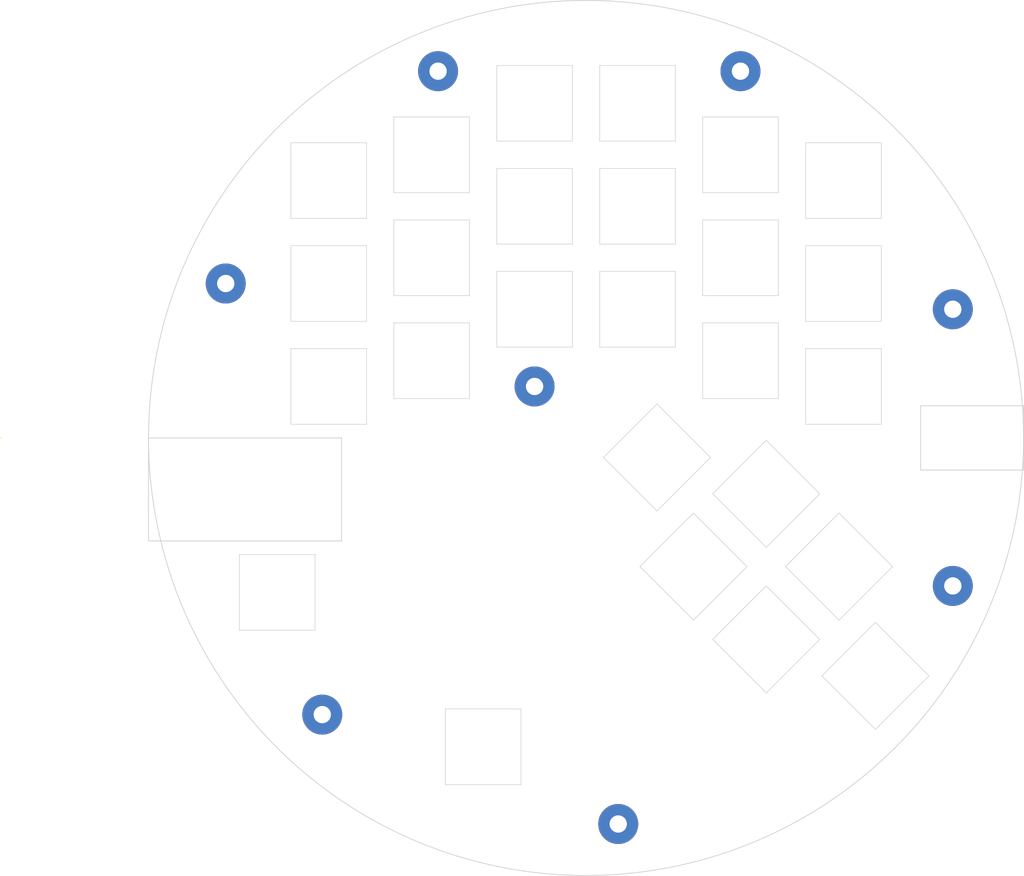
<source format=kicad_pcb>
(kicad_pcb (version 20171130) (host pcbnew "(5.1.9)-1")

  (general
    (thickness 1.6)
    (drawings 227)
    (tracks 8)
    (zones 0)
    (modules 26)
    (nets 1)
  )

  (page A4)
  (layers
    (0 F.Cu signal)
    (31 B.Cu signal)
    (32 B.Adhes user)
    (33 F.Adhes user)
    (34 B.Paste user)
    (35 F.Paste user)
    (36 B.SilkS user)
    (37 F.SilkS user)
    (38 B.Mask user)
    (39 F.Mask user)
    (40 Dwgs.User user)
    (41 Cmts.User user)
    (42 Eco1.User user)
    (43 Eco2.User user)
    (44 Edge.Cuts user)
    (45 Margin user)
    (46 B.CrtYd user)
    (47 F.CrtYd user)
    (48 B.Fab user)
    (49 F.Fab user)
  )

  (setup
    (last_trace_width 0.25)
    (trace_clearance 0.2)
    (zone_clearance 0.508)
    (zone_45_only no)
    (trace_min 0.2)
    (via_size 0.8)
    (via_drill 0.4)
    (via_min_size 0.4)
    (via_min_drill 0.3)
    (uvia_size 0.3)
    (uvia_drill 0.1)
    (uvias_allowed no)
    (uvia_min_size 0.2)
    (uvia_min_drill 0.1)
    (edge_width 0.05)
    (segment_width 0.2)
    (pcb_text_width 0.3)
    (pcb_text_size 1.5 1.5)
    (mod_edge_width 0.12)
    (mod_text_size 1 1)
    (mod_text_width 0.15)
    (pad_size 1.524 1.524)
    (pad_drill 0.762)
    (pad_to_mask_clearance 0)
    (aux_axis_origin 0 0)
    (visible_elements 7FFFFFFF)
    (pcbplotparams
      (layerselection 0x010fc_ffffffff)
      (usegerberextensions false)
      (usegerberattributes true)
      (usegerberadvancedattributes true)
      (creategerberjobfile true)
      (excludeedgelayer true)
      (linewidth 0.100000)
      (plotframeref false)
      (viasonmask false)
      (mode 1)
      (useauxorigin false)
      (hpglpennumber 1)
      (hpglpenspeed 20)
      (hpglpendiameter 15.000000)
      (psnegative false)
      (psa4output false)
      (plotreference true)
      (plotvalue true)
      (plotinvisibletext false)
      (padsonsilk false)
      (subtractmaskfromsilk false)
      (outputformat 1)
      (mirror false)
      (drillshape 1)
      (scaleselection 1)
      (outputdirectory ""))
  )

  (net 0 "")

  (net_class Default "This is the default net class."
    (clearance 0.2)
    (trace_width 0.25)
    (via_dia 0.8)
    (via_drill 0.4)
    (uvia_dia 0.3)
    (uvia_drill 0.1)
  )

  (net_class PowerLine ""
    (clearance 0.2)
    (trace_width 0.5)
    (via_dia 0.8)
    (via_drill 0.4)
    (uvia_dia 0.3)
    (uvia_drill 0.1)
  )

  (module kbd:SW_Hole (layer F.Cu) (tedit 5F1B7F65) (tstamp 603DCD73)
    (at 152.4 85.725)
    (path /60522A6E)
    (fp_text reference SW18 (at 4.6 6 180) (layer Dwgs.User) hide
      (effects (font (size 1 1) (thickness 0.15)))
    )
    (fp_text value SW_PUSH (at 0 7.62 180) (layer Dwgs.User) hide
      (effects (font (size 1 1) (thickness 0.15)))
    )
    (fp_line (start 9.525 9.525) (end 9.525 -9.525) (layer F.Fab) (width 0.15))
    (fp_line (start -9.525 9.525) (end 9.525 9.525) (layer F.Fab) (width 0.15))
    (fp_line (start -9.525 -9.525) (end -9.525 9.525) (layer F.Fab) (width 0.15))
    (fp_line (start 9.525 -9.525) (end -9.525 -9.525) (layer F.Fab) (width 0.15))
    (fp_line (start -7 -7) (end -7 7) (layer Edge.Cuts) (width 0.12))
    (fp_line (start -7 7) (end 7 7) (layer Edge.Cuts) (width 0.12))
    (fp_line (start 7 7) (end 7 -7) (layer Edge.Cuts) (width 0.12))
    (fp_line (start 7 -7) (end -7 -7) (layer Edge.Cuts) (width 0.12))
  )

  (module kbd:SW_Hole (layer F.Cu) (tedit 5F1B7F65) (tstamp 603DCE30)
    (at 47.625 123.825)
    (path /60528E12)
    (fp_text reference SW25 (at 4.6 6 180) (layer Dwgs.User) hide
      (effects (font (size 1 1) (thickness 0.15)))
    )
    (fp_text value SW_PUSH (at 0 7.62 180) (layer Dwgs.User) hide
      (effects (font (size 1 1) (thickness 0.15)))
    )
    (fp_line (start 9.525 9.525) (end 9.525 -9.525) (layer F.Fab) (width 0.15))
    (fp_line (start -9.525 9.525) (end 9.525 9.525) (layer F.Fab) (width 0.15))
    (fp_line (start -9.525 -9.525) (end -9.525 9.525) (layer F.Fab) (width 0.15))
    (fp_line (start 9.525 -9.525) (end -9.525 -9.525) (layer F.Fab) (width 0.15))
    (fp_line (start -7 -7) (end -7 7) (layer Edge.Cuts) (width 0.12))
    (fp_line (start -7 7) (end 7 7) (layer Edge.Cuts) (width 0.12))
    (fp_line (start 7 7) (end 7 -7) (layer Edge.Cuts) (width 0.12))
    (fp_line (start 7 -7) (end -7 -7) (layer Edge.Cuts) (width 0.12))
  )

  (module kbd:SW_Hole (layer F.Cu) (tedit 5F1B7F65) (tstamp 603DCC14)
    (at 133.35 42.8625)
    (path /6039E299)
    (fp_text reference SW5 (at 4.6 6 180) (layer Dwgs.User) hide
      (effects (font (size 1 1) (thickness 0.15)))
    )
    (fp_text value SW_PUSH (at 0 7.62 180) (layer Dwgs.User) hide
      (effects (font (size 1 1) (thickness 0.15)))
    )
    (fp_line (start 9.525 9.525) (end 9.525 -9.525) (layer F.Fab) (width 0.15))
    (fp_line (start -9.525 9.525) (end 9.525 9.525) (layer F.Fab) (width 0.15))
    (fp_line (start -9.525 -9.525) (end -9.525 9.525) (layer F.Fab) (width 0.15))
    (fp_line (start 9.525 -9.525) (end -9.525 -9.525) (layer F.Fab) (width 0.15))
    (fp_line (start -7 -7) (end -7 7) (layer Edge.Cuts) (width 0.12))
    (fp_line (start -7 7) (end 7 7) (layer Edge.Cuts) (width 0.12))
    (fp_line (start 7 7) (end 7 -7) (layer Edge.Cuts) (width 0.12))
    (fp_line (start 7 -7) (end -7 -7) (layer Edge.Cuts) (width 0.12))
  )

  (module kbd:SW_Hole (layer F.Cu) (tedit 5F1B7F65) (tstamp 603EA338)
    (at 138.1125 105.592116 315)
    (path /60522A20)
    (fp_text reference SW20 (at 4.6 6 315) (layer Dwgs.User) hide
      (effects (font (size 1 1) (thickness 0.15)))
    )
    (fp_text value SW_PUSH (at 0 7.62 315) (layer Dwgs.User) hide
      (effects (font (size 1 1) (thickness 0.15)))
    )
    (fp_line (start 9.525 9.525) (end 9.525 -9.525) (layer F.Fab) (width 0.15))
    (fp_line (start -9.525 9.525) (end 9.525 9.525) (layer F.Fab) (width 0.15))
    (fp_line (start -9.525 -9.525) (end -9.525 9.525) (layer F.Fab) (width 0.15))
    (fp_line (start 9.525 -9.525) (end -9.525 -9.525) (layer F.Fab) (width 0.15))
    (fp_line (start -7 -7) (end -7 7) (layer Edge.Cuts) (width 0.12))
    (fp_line (start -7 7) (end 7 7) (layer Edge.Cuts) (width 0.12))
    (fp_line (start 7 7) (end 7 -7) (layer Edge.Cuts) (width 0.12))
    (fp_line (start 7 -7) (end -7 -7) (layer Edge.Cuts) (width 0.12))
  )

  (module kbd:SW_Hole (layer F.Cu) (tedit 5F1B7F65) (tstamp 603DCC2F)
    (at 152.4 47.625)
    (path /6039ED67)
    (fp_text reference SW6 (at 4.6 6 180) (layer Dwgs.User) hide
      (effects (font (size 1 1) (thickness 0.15)))
    )
    (fp_text value SW_PUSH (at 0 7.62 180) (layer Dwgs.User) hide
      (effects (font (size 1 1) (thickness 0.15)))
    )
    (fp_line (start 9.525 9.525) (end 9.525 -9.525) (layer F.Fab) (width 0.15))
    (fp_line (start -9.525 9.525) (end 9.525 9.525) (layer F.Fab) (width 0.15))
    (fp_line (start -9.525 -9.525) (end -9.525 9.525) (layer F.Fab) (width 0.15))
    (fp_line (start 9.525 -9.525) (end -9.525 -9.525) (layer F.Fab) (width 0.15))
    (fp_line (start -7 -7) (end -7 7) (layer Edge.Cuts) (width 0.12))
    (fp_line (start -7 7) (end 7 7) (layer Edge.Cuts) (width 0.12))
    (fp_line (start 7 7) (end 7 -7) (layer Edge.Cuts) (width 0.12))
    (fp_line (start 7 -7) (end -7 -7) (layer Edge.Cuts) (width 0.12))
  )

  (module kbd:SW_Hole (layer F.Cu) (tedit 5F1B7F65) (tstamp 603DCD58)
    (at 133.35 80.9625)
    (path /60522A62)
    (fp_text reference SW17 (at 4.6 6 180) (layer Dwgs.User) hide
      (effects (font (size 1 1) (thickness 0.15)))
    )
    (fp_text value SW_PUSH (at 0 7.62 180) (layer Dwgs.User) hide
      (effects (font (size 1 1) (thickness 0.15)))
    )
    (fp_line (start 9.525 9.525) (end 9.525 -9.525) (layer F.Fab) (width 0.15))
    (fp_line (start -9.525 9.525) (end 9.525 9.525) (layer F.Fab) (width 0.15))
    (fp_line (start -9.525 -9.525) (end -9.525 9.525) (layer F.Fab) (width 0.15))
    (fp_line (start 9.525 -9.525) (end -9.525 -9.525) (layer F.Fab) (width 0.15))
    (fp_line (start -7 -7) (end -7 7) (layer Edge.Cuts) (width 0.12))
    (fp_line (start -7 7) (end 7 7) (layer Edge.Cuts) (width 0.12))
    (fp_line (start 7 7) (end 7 -7) (layer Edge.Cuts) (width 0.12))
    (fp_line (start 7 -7) (end -7 -7) (layer Edge.Cuts) (width 0.12))
  )

  (module kbd:SW_Hole (layer F.Cu) (tedit 5F1B7F65) (tstamp 603DCC80)
    (at 95.25 52.3875)
    (path /604F678E)
    (fp_text reference SW9 (at 4.6 6 180) (layer Dwgs.User) hide
      (effects (font (size 1 1) (thickness 0.15)))
    )
    (fp_text value SW_PUSH (at 0 7.62 180) (layer Dwgs.User) hide
      (effects (font (size 1 1) (thickness 0.15)))
    )
    (fp_line (start 9.525 9.525) (end 9.525 -9.525) (layer F.Fab) (width 0.15))
    (fp_line (start -9.525 9.525) (end 9.525 9.525) (layer F.Fab) (width 0.15))
    (fp_line (start -9.525 -9.525) (end -9.525 9.525) (layer F.Fab) (width 0.15))
    (fp_line (start 9.525 -9.525) (end -9.525 -9.525) (layer F.Fab) (width 0.15))
    (fp_line (start -7 -7) (end -7 7) (layer Edge.Cuts) (width 0.12))
    (fp_line (start -7 7) (end 7 7) (layer Edge.Cuts) (width 0.12))
    (fp_line (start 7 7) (end 7 -7) (layer Edge.Cuts) (width 0.12))
    (fp_line (start 7 -7) (end -7 -7) (layer Edge.Cuts) (width 0.12))
  )

  (module kbd:SW_Hole (layer F.Cu) (tedit 5F1B7F65) (tstamp 603DCCB6)
    (at 133.35 61.9125)
    (path /604F6776)
    (fp_text reference SW11 (at 4.6 6 180) (layer Dwgs.User) hide
      (effects (font (size 1 1) (thickness 0.15)))
    )
    (fp_text value SW_PUSH (at 0 7.62 180) (layer Dwgs.User) hide
      (effects (font (size 1 1) (thickness 0.15)))
    )
    (fp_line (start 9.525 9.525) (end 9.525 -9.525) (layer F.Fab) (width 0.15))
    (fp_line (start -9.525 9.525) (end 9.525 9.525) (layer F.Fab) (width 0.15))
    (fp_line (start -9.525 -9.525) (end -9.525 9.525) (layer F.Fab) (width 0.15))
    (fp_line (start 9.525 -9.525) (end -9.525 -9.525) (layer F.Fab) (width 0.15))
    (fp_line (start -7 -7) (end -7 7) (layer Edge.Cuts) (width 0.12))
    (fp_line (start -7 7) (end 7 7) (layer Edge.Cuts) (width 0.12))
    (fp_line (start 7 7) (end 7 -7) (layer Edge.Cuts) (width 0.12))
    (fp_line (start 7 -7) (end -7 -7) (layer Edge.Cuts) (width 0.12))
  )

  (module kbd:SW_Hole (layer F.Cu) (tedit 5F1B7F65) (tstamp 603DCD07)
    (at 76.2 80.9625)
    (path /60522A3E)
    (fp_text reference SW14 (at 4.6 6 180) (layer Dwgs.User) hide
      (effects (font (size 1 1) (thickness 0.15)))
    )
    (fp_text value SW_PUSH (at 0 7.62 180) (layer Dwgs.User) hide
      (effects (font (size 1 1) (thickness 0.15)))
    )
    (fp_line (start 9.525 9.525) (end 9.525 -9.525) (layer F.Fab) (width 0.15))
    (fp_line (start -9.525 9.525) (end 9.525 9.525) (layer F.Fab) (width 0.15))
    (fp_line (start -9.525 -9.525) (end -9.525 9.525) (layer F.Fab) (width 0.15))
    (fp_line (start 9.525 -9.525) (end -9.525 -9.525) (layer F.Fab) (width 0.15))
    (fp_line (start -7 -7) (end -7 7) (layer Edge.Cuts) (width 0.12))
    (fp_line (start -7 7) (end 7 7) (layer Edge.Cuts) (width 0.12))
    (fp_line (start 7 7) (end 7 -7) (layer Edge.Cuts) (width 0.12))
    (fp_line (start 7 -7) (end -7 -7) (layer Edge.Cuts) (width 0.12))
  )

  (module kbd:SW_Hole (layer F.Cu) (tedit 5F1B7F65) (tstamp 603DCC4A)
    (at 57.15 66.675)
    (path /604F67A6)
    (fp_text reference SW7 (at 4.6 6 180) (layer Dwgs.User) hide
      (effects (font (size 1 1) (thickness 0.15)))
    )
    (fp_text value SW_PUSH (at 0 7.62 180) (layer Dwgs.User) hide
      (effects (font (size 1 1) (thickness 0.15)))
    )
    (fp_line (start 9.525 9.525) (end 9.525 -9.525) (layer F.Fab) (width 0.15))
    (fp_line (start -9.525 9.525) (end 9.525 9.525) (layer F.Fab) (width 0.15))
    (fp_line (start -9.525 -9.525) (end -9.525 9.525) (layer F.Fab) (width 0.15))
    (fp_line (start 9.525 -9.525) (end -9.525 -9.525) (layer F.Fab) (width 0.15))
    (fp_line (start -7 -7) (end -7 7) (layer Edge.Cuts) (width 0.12))
    (fp_line (start -7 7) (end 7 7) (layer Edge.Cuts) (width 0.12))
    (fp_line (start 7 7) (end 7 -7) (layer Edge.Cuts) (width 0.12))
    (fp_line (start 7 -7) (end -7 -7) (layer Edge.Cuts) (width 0.12))
  )

  (module kbd:SW_Hole (layer F.Cu) (tedit 5F1B7F65) (tstamp 603DCD22)
    (at 95.25 71.4375)
    (path /60522A4A)
    (fp_text reference SW15 (at 4.6 6 180) (layer Dwgs.User) hide
      (effects (font (size 1 1) (thickness 0.15)))
    )
    (fp_text value SW_PUSH (at 0 7.62 180) (layer Dwgs.User) hide
      (effects (font (size 1 1) (thickness 0.15)))
    )
    (fp_line (start 9.525 9.525) (end 9.525 -9.525) (layer F.Fab) (width 0.15))
    (fp_line (start -9.525 9.525) (end 9.525 9.525) (layer F.Fab) (width 0.15))
    (fp_line (start -9.525 -9.525) (end -9.525 9.525) (layer F.Fab) (width 0.15))
    (fp_line (start 9.525 -9.525) (end -9.525 -9.525) (layer F.Fab) (width 0.15))
    (fp_line (start -7 -7) (end -7 7) (layer Edge.Cuts) (width 0.12))
    (fp_line (start -7 7) (end 7 7) (layer Edge.Cuts) (width 0.12))
    (fp_line (start 7 7) (end 7 -7) (layer Edge.Cuts) (width 0.12))
    (fp_line (start 7 -7) (end -7 -7) (layer Edge.Cuts) (width 0.12))
  )

  (module kbd:SW_Hole (layer F.Cu) (tedit 5F1B7F65) (tstamp 603DCBDE)
    (at 95.25 33.3375)
    (path /6039C0DB)
    (fp_text reference SW3 (at 4.6 6 180) (layer Dwgs.User) hide
      (effects (font (size 1 1) (thickness 0.15)))
    )
    (fp_text value SW_PUSH (at 0 7.62 180) (layer Dwgs.User) hide
      (effects (font (size 1 1) (thickness 0.15)))
    )
    (fp_line (start 9.525 9.525) (end 9.525 -9.525) (layer F.Fab) (width 0.15))
    (fp_line (start -9.525 9.525) (end 9.525 9.525) (layer F.Fab) (width 0.15))
    (fp_line (start -9.525 -9.525) (end -9.525 9.525) (layer F.Fab) (width 0.15))
    (fp_line (start 9.525 -9.525) (end -9.525 -9.525) (layer F.Fab) (width 0.15))
    (fp_line (start -7 -7) (end -7 7) (layer Edge.Cuts) (width 0.12))
    (fp_line (start -7 7) (end 7 7) (layer Edge.Cuts) (width 0.12))
    (fp_line (start 7 7) (end 7 -7) (layer Edge.Cuts) (width 0.12))
    (fp_line (start 7 -7) (end -7 -7) (layer Edge.Cuts) (width 0.12))
  )

  (module kbd:SW_Hole (layer F.Cu) (tedit 5F1B7F65) (tstamp 603DCD3D)
    (at 114.3 71.4375)
    (path /60522A56)
    (fp_text reference SW16 (at 4.6 6 180) (layer Dwgs.User) hide
      (effects (font (size 1 1) (thickness 0.15)))
    )
    (fp_text value SW_PUSH (at 0 7.62 180) (layer Dwgs.User) hide
      (effects (font (size 1 1) (thickness 0.15)))
    )
    (fp_line (start 9.525 9.525) (end 9.525 -9.525) (layer F.Fab) (width 0.15))
    (fp_line (start -9.525 9.525) (end 9.525 9.525) (layer F.Fab) (width 0.15))
    (fp_line (start -9.525 -9.525) (end -9.525 9.525) (layer F.Fab) (width 0.15))
    (fp_line (start 9.525 -9.525) (end -9.525 -9.525) (layer F.Fab) (width 0.15))
    (fp_line (start -7 -7) (end -7 7) (layer Edge.Cuts) (width 0.12))
    (fp_line (start -7 7) (end 7 7) (layer Edge.Cuts) (width 0.12))
    (fp_line (start 7 7) (end 7 -7) (layer Edge.Cuts) (width 0.12))
    (fp_line (start 7 -7) (end -7 -7) (layer Edge.Cuts) (width 0.12))
  )

  (module kbd:SW_Hole (layer F.Cu) (tedit 5F1B7F65) (tstamp 603EA470)
    (at 138.1125 132.532884 315)
    (path /605229FC)
    (fp_text reference SW23 (at 4.6 6 315) (layer Dwgs.User) hide
      (effects (font (size 1 1) (thickness 0.15)))
    )
    (fp_text value SW_PUSH (at 0 7.62 315) (layer Dwgs.User) hide
      (effects (font (size 1 1) (thickness 0.15)))
    )
    (fp_line (start 9.525 9.525) (end 9.525 -9.525) (layer F.Fab) (width 0.15))
    (fp_line (start -9.525 9.525) (end 9.525 9.525) (layer F.Fab) (width 0.15))
    (fp_line (start -9.525 -9.525) (end -9.525 9.525) (layer F.Fab) (width 0.15))
    (fp_line (start 9.525 -9.525) (end -9.525 -9.525) (layer F.Fab) (width 0.15))
    (fp_line (start -7 -7) (end -7 7) (layer Edge.Cuts) (width 0.12))
    (fp_line (start -7 7) (end 7 7) (layer Edge.Cuts) (width 0.12))
    (fp_line (start 7 7) (end 7 -7) (layer Edge.Cuts) (width 0.12))
    (fp_line (start 7 -7) (end -7 -7) (layer Edge.Cuts) (width 0.12))
  )

  (module kbd:SW_Hole (layer F.Cu) (tedit 5F1B7F65) (tstamp 603DCCEC)
    (at 57.15 85.725)
    (path /60522A32)
    (fp_text reference SW13 (at 4.6 6 180) (layer Dwgs.User) hide
      (effects (font (size 1 1) (thickness 0.15)))
    )
    (fp_text value SW_PUSH (at 0 7.62 180) (layer Dwgs.User) hide
      (effects (font (size 1 1) (thickness 0.15)))
    )
    (fp_line (start 9.525 9.525) (end 9.525 -9.525) (layer F.Fab) (width 0.15))
    (fp_line (start -9.525 9.525) (end 9.525 9.525) (layer F.Fab) (width 0.15))
    (fp_line (start -9.525 -9.525) (end -9.525 9.525) (layer F.Fab) (width 0.15))
    (fp_line (start 9.525 -9.525) (end -9.525 -9.525) (layer F.Fab) (width 0.15))
    (fp_line (start -7 -7) (end -7 7) (layer Edge.Cuts) (width 0.12))
    (fp_line (start -7 7) (end 7 7) (layer Edge.Cuts) (width 0.12))
    (fp_line (start 7 7) (end 7 -7) (layer Edge.Cuts) (width 0.12))
    (fp_line (start 7 -7) (end -7 -7) (layer Edge.Cuts) (width 0.12))
  )

  (module kbd:SW_Hole (layer F.Cu) (tedit 5F1B7F65) (tstamp 603DCBC3)
    (at 76.2 42.8625)
    (path /6039B9DF)
    (fp_text reference SW2 (at 4.6 6 180) (layer Dwgs.User) hide
      (effects (font (size 1 1) (thickness 0.15)))
    )
    (fp_text value SW_PUSH (at 0 7.62 180) (layer Dwgs.User) hide
      (effects (font (size 1 1) (thickness 0.15)))
    )
    (fp_line (start 9.525 9.525) (end 9.525 -9.525) (layer F.Fab) (width 0.15))
    (fp_line (start -9.525 9.525) (end 9.525 9.525) (layer F.Fab) (width 0.15))
    (fp_line (start -9.525 -9.525) (end -9.525 9.525) (layer F.Fab) (width 0.15))
    (fp_line (start 9.525 -9.525) (end -9.525 -9.525) (layer F.Fab) (width 0.15))
    (fp_line (start -7 -7) (end -7 7) (layer Edge.Cuts) (width 0.12))
    (fp_line (start -7 7) (end 7 7) (layer Edge.Cuts) (width 0.12))
    (fp_line (start 7 7) (end 7 -7) (layer Edge.Cuts) (width 0.12))
    (fp_line (start 7 -7) (end -7 -7) (layer Edge.Cuts) (width 0.12))
  )

  (module kbd:SW_Hole (layer F.Cu) (tedit 5F1B7F65) (tstamp 603DCBF9)
    (at 114.3 33.3375)
    (path /6039D9DD)
    (fp_text reference SW4 (at 4.6 6 180) (layer Dwgs.User) hide
      (effects (font (size 1 1) (thickness 0.15)))
    )
    (fp_text value SW_PUSH (at 0 7.62 180) (layer Dwgs.User) hide
      (effects (font (size 1 1) (thickness 0.15)))
    )
    (fp_line (start 9.525 9.525) (end 9.525 -9.525) (layer F.Fab) (width 0.15))
    (fp_line (start -9.525 9.525) (end 9.525 9.525) (layer F.Fab) (width 0.15))
    (fp_line (start -9.525 -9.525) (end -9.525 9.525) (layer F.Fab) (width 0.15))
    (fp_line (start 9.525 -9.525) (end -9.525 -9.525) (layer F.Fab) (width 0.15))
    (fp_line (start -7 -7) (end -7 7) (layer Edge.Cuts) (width 0.12))
    (fp_line (start -7 7) (end 7 7) (layer Edge.Cuts) (width 0.12))
    (fp_line (start 7 7) (end 7 -7) (layer Edge.Cuts) (width 0.12))
    (fp_line (start 7 -7) (end -7 -7) (layer Edge.Cuts) (width 0.12))
  )

  (module kbd:SW_Hole (layer F.Cu) (tedit 5F1B7F65) (tstamp 603EA422)
    (at 124.642116 119.0625 315)
    (path /60522A14)
    (fp_text reference SW21 (at 4.6 6 315) (layer Dwgs.User) hide
      (effects (font (size 1 1) (thickness 0.15)))
    )
    (fp_text value SW_PUSH (at 0 7.62 315) (layer Dwgs.User) hide
      (effects (font (size 1 1) (thickness 0.15)))
    )
    (fp_line (start 9.525 9.525) (end 9.525 -9.525) (layer F.Fab) (width 0.15))
    (fp_line (start -9.525 9.525) (end 9.525 9.525) (layer F.Fab) (width 0.15))
    (fp_line (start -9.525 -9.525) (end -9.525 9.525) (layer F.Fab) (width 0.15))
    (fp_line (start 9.525 -9.525) (end -9.525 -9.525) (layer F.Fab) (width 0.15))
    (fp_line (start -7 -7) (end -7 7) (layer Edge.Cuts) (width 0.12))
    (fp_line (start -7 7) (end 7 7) (layer Edge.Cuts) (width 0.12))
    (fp_line (start 7 7) (end 7 -7) (layer Edge.Cuts) (width 0.12))
    (fp_line (start 7 -7) (end -7 -7) (layer Edge.Cuts) (width 0.12))
  )

  (module kbd:SW_Hole (layer F.Cu) (tedit 5F1B7F65) (tstamp 603DCC9B)
    (at 114.3 52.3875)
    (path /604F6782)
    (fp_text reference SW10 (at 4.6 6 180) (layer Dwgs.User) hide
      (effects (font (size 1 1) (thickness 0.15)))
    )
    (fp_text value SW_PUSH (at 0 7.62 180) (layer Dwgs.User) hide
      (effects (font (size 1 1) (thickness 0.15)))
    )
    (fp_line (start 9.525 9.525) (end 9.525 -9.525) (layer F.Fab) (width 0.15))
    (fp_line (start -9.525 9.525) (end 9.525 9.525) (layer F.Fab) (width 0.15))
    (fp_line (start -9.525 -9.525) (end -9.525 9.525) (layer F.Fab) (width 0.15))
    (fp_line (start 9.525 -9.525) (end -9.525 -9.525) (layer F.Fab) (width 0.15))
    (fp_line (start -7 -7) (end -7 7) (layer Edge.Cuts) (width 0.12))
    (fp_line (start -7 7) (end 7 7) (layer Edge.Cuts) (width 0.12))
    (fp_line (start 7 7) (end 7 -7) (layer Edge.Cuts) (width 0.12))
    (fp_line (start 7 -7) (end -7 -7) (layer Edge.Cuts) (width 0.12))
  )

  (module kbd:SW_Hole (layer F.Cu) (tedit 5F1B7F65) (tstamp 603DCC65)
    (at 76.2 61.9125)
    (path /604F679A)
    (fp_text reference SW8 (at 4.6 6 180) (layer Dwgs.User) hide
      (effects (font (size 1 1) (thickness 0.15)))
    )
    (fp_text value SW_PUSH (at 0 7.62 180) (layer Dwgs.User) hide
      (effects (font (size 1 1) (thickness 0.15)))
    )
    (fp_line (start 9.525 9.525) (end 9.525 -9.525) (layer F.Fab) (width 0.15))
    (fp_line (start -9.525 9.525) (end 9.525 9.525) (layer F.Fab) (width 0.15))
    (fp_line (start -9.525 -9.525) (end -9.525 9.525) (layer F.Fab) (width 0.15))
    (fp_line (start 9.525 -9.525) (end -9.525 -9.525) (layer F.Fab) (width 0.15))
    (fp_line (start -7 -7) (end -7 7) (layer Edge.Cuts) (width 0.12))
    (fp_line (start -7 7) (end 7 7) (layer Edge.Cuts) (width 0.12))
    (fp_line (start 7 7) (end 7 -7) (layer Edge.Cuts) (width 0.12))
    (fp_line (start 7 -7) (end -7 -7) (layer Edge.Cuts) (width 0.12))
  )

  (module kbd:SW_Hole (layer F.Cu) (tedit 5F1B7F65) (tstamp 603EA3D4)
    (at 151.582884 119.0625 315)
    (path /60522A08)
    (fp_text reference SW22 (at 4.6 6 315) (layer Dwgs.User) hide
      (effects (font (size 1 1) (thickness 0.15)))
    )
    (fp_text value SW_PUSH (at 0 7.62 315) (layer Dwgs.User) hide
      (effects (font (size 1 1) (thickness 0.15)))
    )
    (fp_line (start 9.525 9.525) (end 9.525 -9.525) (layer F.Fab) (width 0.15))
    (fp_line (start -9.525 9.525) (end 9.525 9.525) (layer F.Fab) (width 0.15))
    (fp_line (start -9.525 -9.525) (end -9.525 9.525) (layer F.Fab) (width 0.15))
    (fp_line (start 9.525 -9.525) (end -9.525 -9.525) (layer F.Fab) (width 0.15))
    (fp_line (start -7 -7) (end -7 7) (layer Edge.Cuts) (width 0.12))
    (fp_line (start -7 7) (end 7 7) (layer Edge.Cuts) (width 0.12))
    (fp_line (start 7 7) (end 7 -7) (layer Edge.Cuts) (width 0.12))
    (fp_line (start 7 -7) (end -7 -7) (layer Edge.Cuts) (width 0.12))
  )

  (module kbd:SW_Hole (layer F.Cu) (tedit 5F1B7F65) (tstamp 603DCE4B)
    (at 85.725 152.4)
    (path /60528E06)
    (fp_text reference SW26 (at 4.6 6 180) (layer Dwgs.User) hide
      (effects (font (size 1 1) (thickness 0.15)))
    )
    (fp_text value SW_PUSH (at 0 7.62 180) (layer Dwgs.User) hide
      (effects (font (size 1 1) (thickness 0.15)))
    )
    (fp_line (start 9.525 9.525) (end 9.525 -9.525) (layer F.Fab) (width 0.15))
    (fp_line (start -9.525 9.525) (end 9.525 9.525) (layer F.Fab) (width 0.15))
    (fp_line (start -9.525 -9.525) (end -9.525 9.525) (layer F.Fab) (width 0.15))
    (fp_line (start 9.525 -9.525) (end -9.525 -9.525) (layer F.Fab) (width 0.15))
    (fp_line (start -7 -7) (end -7 7) (layer Edge.Cuts) (width 0.12))
    (fp_line (start -7 7) (end 7 7) (layer Edge.Cuts) (width 0.12))
    (fp_line (start 7 7) (end 7 -7) (layer Edge.Cuts) (width 0.12))
    (fp_line (start 7 -7) (end -7 -7) (layer Edge.Cuts) (width 0.12))
  )

  (module kbd:SW_Hole (layer F.Cu) (tedit 5F1B7F65) (tstamp 603EA386)
    (at 117.906924 98.856924 315)
    (path /60522A2C)
    (fp_text reference SW19 (at 4.6 6 315) (layer Dwgs.User) hide
      (effects (font (size 1 1) (thickness 0.15)))
    )
    (fp_text value SW_PUSH (at 0 7.62 315) (layer Dwgs.User) hide
      (effects (font (size 1 1) (thickness 0.15)))
    )
    (fp_line (start 9.525 9.525) (end 9.525 -9.525) (layer F.Fab) (width 0.15))
    (fp_line (start -9.525 9.525) (end 9.525 9.525) (layer F.Fab) (width 0.15))
    (fp_line (start -9.525 -9.525) (end -9.525 9.525) (layer F.Fab) (width 0.15))
    (fp_line (start 9.525 -9.525) (end -9.525 -9.525) (layer F.Fab) (width 0.15))
    (fp_line (start -7 -7) (end -7 7) (layer Edge.Cuts) (width 0.12))
    (fp_line (start -7 7) (end 7 7) (layer Edge.Cuts) (width 0.12))
    (fp_line (start 7 7) (end 7 -7) (layer Edge.Cuts) (width 0.12))
    (fp_line (start 7 -7) (end -7 -7) (layer Edge.Cuts) (width 0.12))
  )

  (module kbd:SW_Hole (layer F.Cu) (tedit 5F1B7F65) (tstamp 603DCCD1)
    (at 152.4 66.675)
    (path /604F676A)
    (fp_text reference SW12 (at 4.6 6 180) (layer Dwgs.User) hide
      (effects (font (size 1 1) (thickness 0.15)))
    )
    (fp_text value SW_PUSH (at 0 7.62 180) (layer Dwgs.User) hide
      (effects (font (size 1 1) (thickness 0.15)))
    )
    (fp_line (start 9.525 9.525) (end 9.525 -9.525) (layer F.Fab) (width 0.15))
    (fp_line (start -9.525 9.525) (end 9.525 9.525) (layer F.Fab) (width 0.15))
    (fp_line (start -9.525 -9.525) (end -9.525 9.525) (layer F.Fab) (width 0.15))
    (fp_line (start 9.525 -9.525) (end -9.525 -9.525) (layer F.Fab) (width 0.15))
    (fp_line (start -7 -7) (end -7 7) (layer Edge.Cuts) (width 0.12))
    (fp_line (start -7 7) (end 7 7) (layer Edge.Cuts) (width 0.12))
    (fp_line (start 7 7) (end 7 -7) (layer Edge.Cuts) (width 0.12))
    (fp_line (start 7 -7) (end -7 -7) (layer Edge.Cuts) (width 0.12))
  )

  (module kbd:SW_Hole (layer F.Cu) (tedit 5F1B7F65) (tstamp 603EA2EA)
    (at 158.318076 139.268076 315)
    (path /605229F0)
    (fp_text reference SW24 (at 4.6 6 315) (layer Dwgs.User) hide
      (effects (font (size 1 1) (thickness 0.15)))
    )
    (fp_text value SW_PUSH (at 0 7.62 315) (layer Dwgs.User) hide
      (effects (font (size 1 1) (thickness 0.15)))
    )
    (fp_line (start 9.525 9.525) (end 9.525 -9.525) (layer F.Fab) (width 0.15))
    (fp_line (start -9.525 9.525) (end 9.525 9.525) (layer F.Fab) (width 0.15))
    (fp_line (start -9.525 -9.525) (end -9.525 9.525) (layer F.Fab) (width 0.15))
    (fp_line (start 9.525 -9.525) (end -9.525 -9.525) (layer F.Fab) (width 0.15))
    (fp_line (start -7 -7) (end -7 7) (layer Edge.Cuts) (width 0.12))
    (fp_line (start -7 7) (end 7 7) (layer Edge.Cuts) (width 0.12))
    (fp_line (start 7 7) (end 7 -7) (layer Edge.Cuts) (width 0.12))
    (fp_line (start 7 -7) (end -7 -7) (layer Edge.Cuts) (width 0.12))
  )

  (module kbd:SW_Hole (layer F.Cu) (tedit 5F1B7F65) (tstamp 603DCBA8)
    (at 57.15 47.625)
    (path /6039172D)
    (fp_text reference SW1 (at 4.6 6 180) (layer Dwgs.User) hide
      (effects (font (size 1 1) (thickness 0.15)))
    )
    (fp_text value SW_PUSH (at 0 7.62 180) (layer Dwgs.User) hide
      (effects (font (size 1 1) (thickness 0.15)))
    )
    (fp_line (start 9.525 9.525) (end 9.525 -9.525) (layer F.Fab) (width 0.15))
    (fp_line (start -9.525 9.525) (end 9.525 9.525) (layer F.Fab) (width 0.15))
    (fp_line (start -9.525 -9.525) (end -9.525 9.525) (layer F.Fab) (width 0.15))
    (fp_line (start 9.525 -9.525) (end -9.525 -9.525) (layer F.Fab) (width 0.15))
    (fp_line (start -7 -7) (end -7 7) (layer Edge.Cuts) (width 0.12))
    (fp_line (start -7 7) (end 7 7) (layer Edge.Cuts) (width 0.12))
    (fp_line (start 7 7) (end 7 -7) (layer Edge.Cuts) (width 0.12))
    (fp_line (start 7 -7) (end -7 -7) (layer Edge.Cuts) (width 0.12))
  )

  (gr_line (start 23.8125 114.3) (end 23.8125 95.25) (layer Edge.Cuts) (width 0.15))
  (gr_line (start 185.7375 89.296875) (end 185.7375 101.203125) (layer Edge.Cuts) (width 0.15))
  (gr_line (start 59.53125 95.25) (end 23.8125 95.25) (layer Edge.Cuts) (width 0.15))
  (gr_line (start 59.53125 114.3) (end 59.53125 95.25) (layer Edge.Cuts) (width 0.15))
  (gr_line (start 23.8125 114.3) (end 59.53125 114.3) (layer Edge.Cuts) (width 0.15))
  (gr_line (start 166.6875 89.296875) (end 185.7375 89.296875) (layer Edge.Cuts) (width 0.15))
  (gr_line (start 166.6875 101.203125) (end 166.6875 89.296875) (layer Edge.Cuts) (width 0.15))
  (gr_line (start 185.7375 101.203125) (end 166.6875 101.203125) (layer Edge.Cuts) (width 0.15))
  (gr_curve (pts (xy -3.57189 95.2504) (xy -3.57189 95.2504) (xy -3.57189 95.2504) (xy -3.57189 95.2504)) (layer F.SilkS) (width 0.2))
  (gr_curve (pts (xy -3.57189 95.2504) (xy -3.57189 95.2504) (xy -3.57189 95.2504) (xy -3.57189 95.2504)) (layer F.SilkS) (width 0.2))
  (gr_curve (pts (xy -3.57189 95.2504) (xy -3.57189 95.2504) (xy -3.57189 95.2504) (xy -3.57189 95.2504)) (layer F.SilkS) (width 0.2))
  (gr_curve (pts (xy -3.57189 95.2504) (xy -3.57189 95.2504) (xy -3.57189 95.2504) (xy -3.57189 95.2504)) (layer F.SilkS) (width 0.2))
  (gr_curve (pts (xy -3.57189 95.2504) (xy -3.57189 95.2504) (xy -3.57189 95.2504) (xy -3.57189 95.2504)) (layer F.SilkS) (width 0.2))
  (gr_curve (pts (xy -3.57189 95.2504) (xy -3.57189 95.2504) (xy -3.57189 95.2504) (xy -3.57189 95.2504)) (layer F.SilkS) (width 0.2))
  (gr_curve (pts (xy -3.57189 95.2504) (xy -3.57189 95.2504) (xy -3.57189 95.2504) (xy -3.57189 95.2504)) (layer F.SilkS) (width 0.2))
  (gr_curve (pts (xy -3.57189 95.2504) (xy -3.57189 95.2504) (xy -3.57189 95.2504) (xy -3.57189 95.2504)) (layer F.SilkS) (width 0.2))
  (gr_curve (pts (xy -3.57189 95.2504) (xy -3.57189 95.2504) (xy -3.57189 95.2504) (xy -3.57189 95.2504)) (layer F.SilkS) (width 0.2))
  (gr_curve (pts (xy -3.57189 95.2504) (xy -3.57189 95.2504) (xy -3.57189 95.2504) (xy -3.57189 95.2504)) (layer F.SilkS) (width 0.2))
  (gr_curve (pts (xy -3.57189 95.2504) (xy -3.57189 95.2504) (xy -3.57189 95.2504) (xy -3.57189 95.2504)) (layer F.SilkS) (width 0.2))
  (gr_curve (pts (xy -3.57189 95.2504) (xy -3.57189 95.2504) (xy -3.57189 95.2504) (xy -3.57189 95.2504)) (layer F.SilkS) (width 0.2))
  (gr_curve (pts (xy -3.57189 95.2504) (xy -3.57189 95.2504) (xy -3.57189 95.2504) (xy -3.57189 95.2504)) (layer F.SilkS) (width 0.2))
  (gr_curve (pts (xy -3.57189 95.2504) (xy -3.57189 95.2504) (xy -3.57189 95.2504) (xy -3.57189 95.2504)) (layer F.SilkS) (width 0.2))
  (gr_curve (pts (xy -3.57189 95.2504) (xy -3.57189 95.2504) (xy -3.57189 95.2504) (xy -3.57189 95.2504)) (layer F.SilkS) (width 0.2))
  (gr_curve (pts (xy -3.57189 95.2504) (xy -3.57189 95.2504) (xy -3.57189 95.2504) (xy -3.57189 95.2504)) (layer F.SilkS) (width 0.2))
  (gr_curve (pts (xy -3.57189 95.2504) (xy -3.57189 95.2504) (xy -3.57189 95.2504) (xy -3.57189 95.2504)) (layer F.SilkS) (width 0.2))
  (gr_curve (pts (xy -3.57189 95.2504) (xy -3.57189 95.2504) (xy -3.57189 95.2504) (xy -3.57189 95.2504)) (layer F.SilkS) (width 0.2))
  (gr_curve (pts (xy -3.57189 95.2504) (xy -3.57189 95.2504) (xy -3.57189 95.2504) (xy -3.57189 95.2504)) (layer F.SilkS) (width 0.2))
  (gr_curve (pts (xy -3.57189 95.2504) (xy -3.57189 95.2504) (xy -3.57189 95.2504) (xy -3.57189 95.2504)) (layer F.SilkS) (width 0.2))
  (gr_curve (pts (xy -3.57189 95.2504) (xy -3.57189 95.2504) (xy -3.57189 95.2504) (xy -3.57189 95.2504)) (layer F.SilkS) (width 0.2))
  (gr_curve (pts (xy -3.57189 95.2504) (xy -3.57189 95.2504) (xy -3.57189 95.2504) (xy -3.57189 95.2504)) (layer F.SilkS) (width 0.2))
  (gr_curve (pts (xy -3.57189 95.2504) (xy -3.57189 95.2504) (xy -3.57189 95.2504) (xy -3.57189 95.2504)) (layer F.SilkS) (width 0.2))
  (gr_curve (pts (xy -3.57189 95.2504) (xy -3.57189 95.2504) (xy -3.57189 95.2504) (xy -3.57189 95.2504)) (layer F.SilkS) (width 0.2))
  (gr_curve (pts (xy -3.57189 95.2504) (xy -3.57189 95.2504) (xy -3.57189 95.2504) (xy -3.57189 95.2504)) (layer F.SilkS) (width 0.2))
  (gr_curve (pts (xy -3.57189 95.2504) (xy -3.57189 95.2504) (xy -3.57189 95.2504) (xy -3.57189 95.2504)) (layer F.SilkS) (width 0.2))
  (gr_curve (pts (xy -3.57189 95.2504) (xy -3.57189 95.2504) (xy -3.57189 95.2504) (xy -3.57189 95.2504)) (layer F.SilkS) (width 0.2))
  (gr_curve (pts (xy -3.57189 95.2504) (xy -3.57189 95.2504) (xy -3.57189 95.2504) (xy -3.57189 95.2504)) (layer F.SilkS) (width 0.2))
  (gr_curve (pts (xy -3.57189 95.2504) (xy -3.57189 95.2504) (xy -3.57189 95.2504) (xy -3.57189 95.2504)) (layer F.SilkS) (width 0.2))
  (gr_curve (pts (xy -3.57189 95.2504) (xy -3.57189 95.2504) (xy -3.57189 95.2504) (xy -3.57189 95.2504)) (layer F.SilkS) (width 0.2))
  (gr_curve (pts (xy -3.57189 95.2504) (xy -3.57189 95.2504) (xy -3.57189 95.2504) (xy -3.57189 95.2504)) (layer F.SilkS) (width 0.2))
  (gr_curve (pts (xy -3.57189 95.2504) (xy -3.57189 95.2504) (xy -3.57189 95.2504) (xy -3.57189 95.2504)) (layer F.SilkS) (width 0.2))
  (gr_curve (pts (xy -3.57189 95.2504) (xy -3.57189 95.2504) (xy -3.57189 95.2504) (xy -3.57189 95.2504)) (layer F.SilkS) (width 0.2))
  (gr_curve (pts (xy -3.57189 95.2504) (xy -3.57189 95.2504) (xy -3.57189 95.2504) (xy -3.57189 95.2504)) (layer F.SilkS) (width 0.2))
  (gr_curve (pts (xy -3.57189 95.2504) (xy -3.57189 95.2504) (xy -3.57189 95.2504) (xy -3.57189 95.2504)) (layer F.SilkS) (width 0.2))
  (gr_curve (pts (xy -3.57189 95.2504) (xy -3.57189 95.2504) (xy -3.57189 95.2504) (xy -3.57189 95.2504)) (layer F.SilkS) (width 0.2))
  (gr_curve (pts (xy -3.57189 95.2504) (xy -3.57189 95.2504) (xy -3.57189 95.2504) (xy -3.57189 95.2504)) (layer F.SilkS) (width 0.2))
  (gr_curve (pts (xy -3.57189 95.2504) (xy -3.57189 95.2504) (xy -3.57189 95.2504) (xy -3.57189 95.2504)) (layer F.SilkS) (width 0.2))
  (gr_curve (pts (xy -3.57189 95.2504) (xy -3.57189 95.2504) (xy -3.57189 95.2504) (xy -3.57189 95.2504)) (layer F.SilkS) (width 0.2))
  (gr_curve (pts (xy -3.57189 95.2504) (xy -3.57189 95.2504) (xy -3.57189 95.2504) (xy -3.57189 95.2504)) (layer F.SilkS) (width 0.2))
  (gr_curve (pts (xy -3.57189 95.2504) (xy -3.57189 95.2504) (xy -3.57189 95.2504) (xy -3.57189 95.2504)) (layer F.SilkS) (width 0.2))
  (gr_curve (pts (xy -3.57189 95.2504) (xy -3.57189 95.2504) (xy -3.57189 95.2504) (xy -3.57189 95.2504)) (layer F.SilkS) (width 0.2))
  (gr_curve (pts (xy -3.57189 95.2504) (xy -3.57189 95.2504) (xy -3.57189 95.2504) (xy -3.57189 95.2504)) (layer F.SilkS) (width 0.2))
  (gr_curve (pts (xy -3.57189 95.2504) (xy -3.57189 95.2504) (xy -3.57189 95.2504) (xy -3.57189 95.2504)) (layer F.SilkS) (width 0.2))
  (gr_curve (pts (xy -3.57189 95.2504) (xy -3.57189 95.2504) (xy -3.57189 95.2504) (xy -3.57189 95.2504)) (layer F.SilkS) (width 0.2))
  (gr_curve (pts (xy -3.57189 95.2504) (xy -3.57189 95.2504) (xy -3.57189 95.2504) (xy -3.57189 95.2504)) (layer F.SilkS) (width 0.2))
  (gr_curve (pts (xy -3.57189 95.2504) (xy -3.57189 95.2504) (xy -3.57189 95.2504) (xy -3.57189 95.2504)) (layer F.SilkS) (width 0.2))
  (gr_curve (pts (xy -3.57189 95.2504) (xy -3.57189 95.2504) (xy -3.57189 95.2504) (xy -3.57189 95.2504)) (layer F.SilkS) (width 0.2))
  (gr_curve (pts (xy -3.57189 95.2504) (xy -3.57189 95.2504) (xy -3.57189 95.2504) (xy -3.57189 95.2504)) (layer F.SilkS) (width 0.2))
  (gr_curve (pts (xy -3.57189 95.2504) (xy -3.57189 95.2504) (xy -3.57189 95.2504) (xy -3.57189 95.2504)) (layer F.SilkS) (width 0.2))
  (gr_curve (pts (xy -3.57189 95.2504) (xy -3.57189 95.2504) (xy -3.57189 95.2504) (xy -3.57189 95.2504)) (layer F.SilkS) (width 0.2))
  (gr_curve (pts (xy -3.57189 95.2504) (xy -3.57189 95.2504) (xy -3.57189 95.2504) (xy -3.57189 95.2504)) (layer F.SilkS) (width 0.2))
  (gr_curve (pts (xy -3.57189 95.2504) (xy -3.57189 95.2504) (xy -3.57189 95.2504) (xy -3.57189 95.2504)) (layer F.SilkS) (width 0.2))
  (gr_curve (pts (xy -3.57189 95.2504) (xy -3.57189 95.2504) (xy -3.57189 95.2504) (xy -3.57189 95.2504)) (layer F.SilkS) (width 0.2))
  (gr_curve (pts (xy -3.57189 95.2504) (xy -3.57189 95.2504) (xy -3.57189 95.2504) (xy -3.57189 95.2504)) (layer F.SilkS) (width 0.2))
  (gr_curve (pts (xy -3.57189 95.2504) (xy -3.57189 95.2504) (xy -3.57189 95.2504) (xy -3.57189 95.2504)) (layer F.SilkS) (width 0.2))
  (gr_curve (pts (xy -3.57189 95.2504) (xy -3.57189 95.2504) (xy -3.57189 95.2504) (xy -3.57189 95.2504)) (layer F.SilkS) (width 0.2))
  (gr_curve (pts (xy -3.57189 95.2504) (xy -3.57189 95.2504) (xy -3.57189 95.2504) (xy -3.57189 95.2504)) (layer F.SilkS) (width 0.2))
  (gr_curve (pts (xy -3.57189 95.2504) (xy -3.57189 95.2504) (xy -3.57189 95.2504) (xy -3.57189 95.2504)) (layer F.SilkS) (width 0.2))
  (gr_curve (pts (xy -3.57189 95.2504) (xy -3.57189 95.2504) (xy -3.57189 95.2504) (xy -3.57189 95.2504)) (layer F.SilkS) (width 0.2))
  (gr_curve (pts (xy -3.57189 95.2504) (xy -3.57189 95.2504) (xy -3.57189 95.2504) (xy -3.57189 95.2504)) (layer F.SilkS) (width 0.2))
  (gr_curve (pts (xy -3.57189 95.2504) (xy -3.57189 95.2504) (xy -3.57189 95.2504) (xy -3.57189 95.2504)) (layer F.SilkS) (width 0.2))
  (gr_curve (pts (xy -3.57189 95.2504) (xy -3.57189 95.2504) (xy -3.57189 95.2504) (xy -3.57189 95.2504)) (layer F.SilkS) (width 0.2))
  (gr_curve (pts (xy -3.57189 95.2504) (xy -3.57189 95.2504) (xy -3.57189 95.2504) (xy -3.57189 95.2504)) (layer F.SilkS) (width 0.2))
  (gr_curve (pts (xy -3.57189 95.2504) (xy -3.57189 95.2504) (xy -3.57189 95.2504) (xy -3.57189 95.2504)) (layer F.SilkS) (width 0.2))
  (gr_curve (pts (xy -3.57189 95.2504) (xy -3.57189 95.2504) (xy -3.57189 95.2504) (xy -3.57189 95.2504)) (layer F.SilkS) (width 0.2))
  (gr_curve (pts (xy -3.57189 95.2504) (xy -3.57189 95.2504) (xy -3.57189 95.2504) (xy -3.57189 95.2504)) (layer F.SilkS) (width 0.2))
  (gr_curve (pts (xy -3.57189 95.2504) (xy -3.57189 95.2504) (xy -3.57189 95.2504) (xy -3.57189 95.2504)) (layer F.SilkS) (width 0.2))
  (gr_curve (pts (xy -3.57189 95.2504) (xy -3.57189 95.2504) (xy -3.57189 95.2504) (xy -3.57189 95.2504)) (layer F.SilkS) (width 0.2))
  (gr_curve (pts (xy -3.57189 95.2504) (xy -3.57189 95.2504) (xy -3.57189 95.2504) (xy -3.57189 95.2504)) (layer F.SilkS) (width 0.2))
  (gr_curve (pts (xy -3.57189 95.2504) (xy -3.57189 95.2504) (xy -3.57189 95.2504) (xy -3.57189 95.2504)) (layer F.SilkS) (width 0.2))
  (gr_curve (pts (xy -3.57189 95.2504) (xy -3.57189 95.2504) (xy -3.57189 95.2504) (xy -3.57189 95.2504)) (layer F.SilkS) (width 0.2))
  (gr_curve (pts (xy -3.57189 95.2504) (xy -3.57189 95.2504) (xy -3.57189 95.2504) (xy -3.57189 95.2504)) (layer F.SilkS) (width 0.2))
  (gr_curve (pts (xy -3.57189 95.2504) (xy -3.57189 95.2504) (xy -3.57189 95.2504) (xy -3.57189 95.2504)) (layer F.SilkS) (width 0.2))
  (gr_curve (pts (xy -3.57189 95.2504) (xy -3.57189 95.2504) (xy -3.57189 95.2504) (xy -3.57189 95.2504)) (layer F.SilkS) (width 0.2))
  (gr_curve (pts (xy -3.57189 95.2504) (xy -3.57189 95.2504) (xy -3.57189 95.2504) (xy -3.57189 95.2504)) (layer F.SilkS) (width 0.2))
  (gr_curve (pts (xy -3.57189 95.2504) (xy -3.57189 95.2504) (xy -3.57189 95.2504) (xy -3.57189 95.2504)) (layer F.SilkS) (width 0.2))
  (gr_curve (pts (xy -3.57189 95.2504) (xy -3.57189 95.2504) (xy -3.57189 95.2504) (xy -3.57189 95.2504)) (layer F.SilkS) (width 0.2))
  (gr_curve (pts (xy -3.57189 95.2504) (xy -3.57189 95.2504) (xy -3.57189 95.2504) (xy -3.57189 95.2504)) (layer F.SilkS) (width 0.2))
  (gr_curve (pts (xy -3.57189 95.2504) (xy -3.57189 95.2504) (xy -3.57189 95.2504) (xy -3.57189 95.2504)) (layer F.SilkS) (width 0.2))
  (gr_curve (pts (xy -3.57189 95.2504) (xy -3.57189 95.2504) (xy -3.57189 95.2504) (xy -3.57189 95.2504)) (layer F.SilkS) (width 0.2))
  (gr_curve (pts (xy -3.57189 95.2504) (xy -3.57189 95.2504) (xy -3.57189 95.2504) (xy -3.57189 95.2504)) (layer F.SilkS) (width 0.2))
  (gr_curve (pts (xy -3.57189 95.2504) (xy -3.57189 95.2504) (xy -3.57189 95.2504) (xy -3.57189 95.2504)) (layer F.SilkS) (width 0.2))
  (gr_curve (pts (xy -3.57189 95.2504) (xy -3.57189 95.2504) (xy -3.57189 95.2504) (xy -3.57189 95.2504)) (layer F.SilkS) (width 0.2))
  (gr_curve (pts (xy -3.57189 95.2504) (xy -3.57189 95.2504) (xy -3.57189 95.2504) (xy -3.57189 95.2504)) (layer F.SilkS) (width 0.2))
  (gr_curve (pts (xy -3.57189 95.2504) (xy -3.57189 95.2504) (xy -3.57189 95.2504) (xy -3.57189 95.2504)) (layer F.SilkS) (width 0.2))
  (gr_curve (pts (xy -3.57189 95.2504) (xy -3.57189 95.2504) (xy -3.57189 95.2504) (xy -3.57189 95.2504)) (layer F.SilkS) (width 0.2))
  (gr_curve (pts (xy -3.57189 95.2504) (xy -3.57189 95.2504) (xy -3.57189 95.2504) (xy -3.57189 95.2504)) (layer F.SilkS) (width 0.2))
  (gr_curve (pts (xy -3.57189 95.2504) (xy -3.57189 95.2504) (xy -3.57189 95.2504) (xy -3.57189 95.2504)) (layer F.SilkS) (width 0.2))
  (gr_curve (pts (xy -3.57189 95.2504) (xy -3.57189 95.2504) (xy -3.57189 95.2504) (xy -3.57189 95.2504)) (layer F.SilkS) (width 0.2))
  (gr_curve (pts (xy -3.57189 95.2504) (xy -3.57189 95.2504) (xy -3.57189 95.2504) (xy -3.57189 95.2504)) (layer F.SilkS) (width 0.2))
  (gr_curve (pts (xy -3.57189 95.2504) (xy -3.57189 95.2504) (xy -3.57189 95.2504) (xy -3.57189 95.2504)) (layer F.SilkS) (width 0.2))
  (gr_curve (pts (xy -3.57189 95.2504) (xy -3.57189 95.2504) (xy -3.57189 95.2504) (xy -3.57189 95.2504)) (layer F.SilkS) (width 0.2))
  (gr_curve (pts (xy -3.57189 95.2504) (xy -3.57189 95.2504) (xy -3.57189 95.2504) (xy -3.57189 95.2504)) (layer F.SilkS) (width 0.2))
  (gr_curve (pts (xy -3.57189 95.2504) (xy -3.57189 95.2504) (xy -3.57189 95.2504) (xy -3.57189 95.2504)) (layer F.SilkS) (width 0.2))
  (gr_curve (pts (xy -3.57189 95.2504) (xy -3.57189 95.2504) (xy -3.57189 95.2504) (xy -3.57189 95.2504)) (layer F.SilkS) (width 0.2))
  (gr_curve (pts (xy -3.57189 95.2504) (xy -3.57189 95.2504) (xy -3.57189 95.2504) (xy -3.57189 95.2504)) (layer F.SilkS) (width 0.2))
  (gr_curve (pts (xy -3.57189 95.2504) (xy -3.57189 95.2504) (xy -3.57189 95.2504) (xy -3.57189 95.2504)) (layer F.SilkS) (width 0.2))
  (gr_curve (pts (xy -3.57189 95.2504) (xy -3.57189 95.2504) (xy -3.57189 95.2504) (xy -3.57189 95.2504)) (layer F.SilkS) (width 0.2))
  (gr_curve (pts (xy -3.57189 95.2504) (xy -3.57189 95.2504) (xy -3.57189 95.2504) (xy -3.57189 95.2504)) (layer F.SilkS) (width 0.2))
  (gr_curve (pts (xy -3.57189 95.2504) (xy -3.57189 95.2504) (xy -3.57189 95.2504) (xy -3.57189 95.2504)) (layer F.SilkS) (width 0.2))
  (gr_curve (pts (xy -3.57189 95.2504) (xy -3.57189 95.2504) (xy -3.57189 95.2504) (xy -3.57189 95.2504)) (layer F.SilkS) (width 0.2))
  (gr_curve (pts (xy -3.57189 95.2504) (xy -3.57189 95.2504) (xy -3.57189 95.2504) (xy -3.57189 95.2504)) (layer F.SilkS) (width 0.2))
  (gr_curve (pts (xy -3.57189 95.2504) (xy -3.57189 95.2504) (xy -3.57189 95.2504) (xy -3.57189 95.2504)) (layer F.SilkS) (width 0.2))
  (gr_curve (pts (xy -3.57189 95.2504) (xy -3.57189 95.2504) (xy -3.57189 95.2504) (xy -3.57189 95.2504)) (layer F.SilkS) (width 0.2))
  (gr_curve (pts (xy -3.57189 95.2504) (xy -3.57189 95.2504) (xy -3.57189 95.2504) (xy -3.57189 95.2504)) (layer F.SilkS) (width 0.2))
  (gr_curve (pts (xy -3.57189 95.2504) (xy -3.57189 95.2504) (xy -3.57189 95.2504) (xy -3.57189 95.2504)) (layer F.SilkS) (width 0.2))
  (gr_curve (pts (xy -3.57189 95.2504) (xy -3.57189 95.2504) (xy -3.57189 95.2504) (xy -3.57189 95.2504)) (layer F.SilkS) (width 0.2))
  (gr_curve (pts (xy -3.57189 95.2504) (xy -3.57189 95.2504) (xy -3.57189 95.2504) (xy -3.57189 95.2504)) (layer F.SilkS) (width 0.2))
  (gr_curve (pts (xy -3.57189 95.2504) (xy -3.57189 95.2504) (xy -3.57189 95.2504) (xy -3.57189 95.2504)) (layer F.SilkS) (width 0.2))
  (gr_curve (pts (xy -3.57189 95.2504) (xy -3.57189 95.2504) (xy -3.57189 95.2504) (xy -3.57189 95.2504)) (layer F.SilkS) (width 0.2))
  (gr_curve (pts (xy -3.57189 95.2504) (xy -3.57189 95.2504) (xy -3.57189 95.2504) (xy -3.57189 95.2504)) (layer F.SilkS) (width 0.2))
  (gr_curve (pts (xy -3.57189 95.2504) (xy -3.57189 95.2504) (xy -3.57189 95.2504) (xy -3.57189 95.2504)) (layer F.SilkS) (width 0.2))
  (gr_curve (pts (xy -3.57189 95.2504) (xy -3.57189 95.2504) (xy -3.57189 95.2504) (xy -3.57189 95.2504)) (layer F.SilkS) (width 0.2))
  (gr_curve (pts (xy -3.57189 95.2504) (xy -3.57189 95.2504) (xy -3.57189 95.2504) (xy -3.57189 95.2504)) (layer F.SilkS) (width 0.2))
  (gr_curve (pts (xy -3.57189 95.2504) (xy -3.57189 95.2504) (xy -3.57189 95.2504) (xy -3.57189 95.2504)) (layer F.SilkS) (width 0.2))
  (gr_curve (pts (xy -3.57189 95.2504) (xy -3.57189 95.2504) (xy -3.57189 95.2504) (xy -3.57189 95.2504)) (layer F.SilkS) (width 0.2))
  (gr_curve (pts (xy -3.57189 95.2504) (xy -3.57189 95.2504) (xy -3.57189 95.2504) (xy -3.57189 95.2504)) (layer F.SilkS) (width 0.2))
  (gr_curve (pts (xy -3.57189 95.2504) (xy -3.57189 95.2504) (xy -3.57189 95.2504) (xy -3.57189 95.2504)) (layer F.SilkS) (width 0.2))
  (gr_curve (pts (xy -3.57189 95.2504) (xy -3.57189 95.2504) (xy -3.57189 95.2504) (xy -3.57189 95.2504)) (layer F.SilkS) (width 0.2))
  (gr_curve (pts (xy -3.57189 95.2504) (xy -3.57189 95.2504) (xy -3.57189 95.2504) (xy -3.57189 95.2504)) (layer F.SilkS) (width 0.2))
  (gr_curve (pts (xy -3.57189 95.2504) (xy -3.57189 95.2504) (xy -3.57189 95.2504) (xy -3.57189 95.2504)) (layer F.SilkS) (width 0.2))
  (gr_curve (pts (xy -3.57189 95.2504) (xy -3.57189 95.2504) (xy -3.57189 95.2504) (xy -3.57189 95.2504)) (layer F.SilkS) (width 0.2))
  (gr_curve (pts (xy -3.57189 95.2504) (xy -3.57189 95.2504) (xy -3.57189 95.2504) (xy -3.57189 95.2504)) (layer F.SilkS) (width 0.2))
  (gr_curve (pts (xy -3.57189 95.2504) (xy -3.57189 95.2504) (xy -3.57189 95.2504) (xy -3.57189 95.2504)) (layer F.SilkS) (width 0.2))
  (gr_curve (pts (xy -3.57189 95.2504) (xy -3.57189 95.2504) (xy -3.57189 95.2504) (xy -3.57189 95.2504)) (layer F.SilkS) (width 0.2))
  (gr_curve (pts (xy -3.57189 95.2504) (xy -3.57189 95.2504) (xy -3.57189 95.2504) (xy -3.57189 95.2504)) (layer F.SilkS) (width 0.2))
  (gr_curve (pts (xy -3.57189 95.2504) (xy -3.57189 95.2504) (xy -3.57189 95.2504) (xy -3.57189 95.2504)) (layer F.SilkS) (width 0.2))
  (gr_curve (pts (xy -3.57189 95.2504) (xy -3.57189 95.2504) (xy -3.57189 95.2504) (xy -3.57189 95.2504)) (layer F.SilkS) (width 0.2))
  (gr_curve (pts (xy -3.57189 95.2504) (xy -3.57189 95.2504) (xy -3.57189 95.2504) (xy -3.57189 95.2504)) (layer F.SilkS) (width 0.2))
  (gr_curve (pts (xy -3.57189 95.2504) (xy -3.57189 95.2504) (xy -3.57189 95.2504) (xy -3.57189 95.2504)) (layer F.SilkS) (width 0.2))
  (gr_curve (pts (xy -3.57189 95.2504) (xy -3.57189 95.2504) (xy -3.57189 95.2504) (xy -3.57189 95.2504)) (layer F.SilkS) (width 0.2))
  (gr_curve (pts (xy -3.57189 95.2504) (xy -3.57189 95.2504) (xy -3.57189 95.2504) (xy -3.57189 95.2504)) (layer F.SilkS) (width 0.2))
  (gr_curve (pts (xy -3.57189 95.2504) (xy -3.57189 95.2504) (xy -3.57189 95.2504) (xy -3.57189 95.2504)) (layer F.SilkS) (width 0.2))
  (gr_curve (pts (xy -3.57189 95.2504) (xy -3.57189 95.2504) (xy -3.57189 95.2504) (xy -3.57189 95.2504)) (layer F.SilkS) (width 0.2))
  (gr_curve (pts (xy -3.57189 95.2504) (xy -3.57189 95.2504) (xy -3.57189 95.2504) (xy -3.57189 95.2504)) (layer F.SilkS) (width 0.2))
  (gr_curve (pts (xy -3.57189 95.2504) (xy -3.57189 95.2504) (xy -3.57189 95.2504) (xy -3.57189 95.2504)) (layer F.SilkS) (width 0.2))
  (gr_curve (pts (xy -3.57189 95.2504) (xy -3.57189 95.2504) (xy -3.57189 95.2504) (xy -3.57189 95.2504)) (layer F.SilkS) (width 0.2))
  (gr_curve (pts (xy -3.57189 95.2504) (xy -3.57189 95.2504) (xy -3.57189 95.2504) (xy -3.57189 95.2504)) (layer F.SilkS) (width 0.2))
  (gr_curve (pts (xy -3.57189 95.2504) (xy -3.57189 95.2504) (xy -3.57189 95.2504) (xy -3.57189 95.2504)) (layer F.SilkS) (width 0.2))
  (gr_curve (pts (xy -3.57189 95.2504) (xy -3.57189 95.2504) (xy -3.57189 95.2504) (xy -3.57189 95.2504)) (layer F.SilkS) (width 0.2))
  (gr_curve (pts (xy -3.57189 95.2504) (xy -3.57189 95.2504) (xy -3.57189 95.2504) (xy -3.57189 95.2504)) (layer F.SilkS) (width 0.2))
  (gr_curve (pts (xy -3.57189 95.2504) (xy -3.57189 95.2504) (xy -3.57189 95.2504) (xy -3.57189 95.2504)) (layer F.SilkS) (width 0.2))
  (gr_curve (pts (xy -3.57189 95.2504) (xy -3.57189 95.2504) (xy -3.57189 95.2504) (xy -3.57189 95.2504)) (layer F.SilkS) (width 0.2))
  (gr_curve (pts (xy -3.57189 95.2504) (xy -3.57189 95.2504) (xy -3.57189 95.2504) (xy -3.57189 95.2504)) (layer F.SilkS) (width 0.2))
  (gr_curve (pts (xy -3.57189 95.2504) (xy -3.57189 95.2504) (xy -3.57189 95.2504) (xy -3.57189 95.2504)) (layer F.SilkS) (width 0.2))
  (gr_curve (pts (xy -3.57189 95.2504) (xy -3.57189 95.2504) (xy -3.57189 95.2504) (xy -3.57189 95.2504)) (layer F.SilkS) (width 0.2))
  (gr_curve (pts (xy -3.57189 95.2504) (xy -3.57189 95.2504) (xy -3.57189 95.2504) (xy -3.57189 95.2504)) (layer F.SilkS) (width 0.2))
  (gr_curve (pts (xy -3.57189 95.2504) (xy -3.57189 95.2504) (xy -3.57189 95.2504) (xy -3.57189 95.2504)) (layer F.SilkS) (width 0.2))
  (gr_curve (pts (xy -3.57189 95.2504) (xy -3.57189 95.2504) (xy -3.57189 95.2504) (xy -3.57189 95.2504)) (layer F.SilkS) (width 0.2))
  (gr_curve (pts (xy -3.57189 95.2504) (xy -3.57189 95.2504) (xy -3.57189 95.2504) (xy -3.57189 95.2504)) (layer F.SilkS) (width 0.2))
  (gr_curve (pts (xy -3.57189 95.2504) (xy -3.57189 95.2504) (xy -3.57189 95.2504) (xy -3.57189 95.2504)) (layer F.SilkS) (width 0.2))
  (gr_curve (pts (xy -3.57189 95.2504) (xy -3.57189 95.2504) (xy -3.57189 95.2504) (xy -3.57189 95.2504)) (layer F.SilkS) (width 0.2))
  (gr_curve (pts (xy -3.57189 95.2504) (xy -3.57189 95.2504) (xy -3.57189 95.2504) (xy -3.57189 95.2504)) (layer F.SilkS) (width 0.2))
  (gr_curve (pts (xy -3.57189 95.2504) (xy -3.57189 95.2504) (xy -3.57189 95.2504) (xy -3.57189 95.2504)) (layer F.SilkS) (width 0.2))
  (gr_curve (pts (xy -3.57189 95.2504) (xy -3.57189 95.2504) (xy -3.57189 95.2504) (xy -3.57189 95.2504)) (layer F.SilkS) (width 0.2))
  (gr_curve (pts (xy -3.57189 95.2504) (xy -3.57189 95.2504) (xy -3.57189 95.2504) (xy -3.57189 95.2504)) (layer F.SilkS) (width 0.2))
  (gr_curve (pts (xy -3.57189 95.2504) (xy -3.57189 95.2504) (xy -3.57189 95.2504) (xy -3.57189 95.2504)) (layer F.SilkS) (width 0.2))
  (gr_curve (pts (xy -3.57189 95.2504) (xy -3.57189 95.2504) (xy -3.57189 95.2504) (xy -3.57189 95.2504)) (layer F.SilkS) (width 0.2))
  (gr_curve (pts (xy -3.57189 95.2504) (xy -3.57189 95.2504) (xy -3.57189 95.2504) (xy -3.57189 95.2504)) (layer F.SilkS) (width 0.2))
  (gr_curve (pts (xy -3.57189 95.2504) (xy -3.57189 95.2504) (xy -3.57189 95.2504) (xy -3.57189 95.2504)) (layer F.SilkS) (width 0.2))
  (gr_curve (pts (xy -3.57189 95.2504) (xy -3.57189 95.2504) (xy -3.57189 95.2504) (xy -3.57189 95.2504)) (layer F.SilkS) (width 0.2))
  (gr_curve (pts (xy -3.57189 95.2504) (xy -3.57189 95.2504) (xy -3.57189 95.2504) (xy -3.57189 95.2504)) (layer F.SilkS) (width 0.2))
  (gr_curve (pts (xy -3.57189 95.2504) (xy -3.57189 95.2504) (xy -3.57189 95.2504) (xy -3.57189 95.2504)) (layer F.SilkS) (width 0.2))
  (gr_curve (pts (xy -3.57189 95.2504) (xy -3.57189 95.2504) (xy -3.57189 95.2504) (xy -3.57189 95.2504)) (layer F.SilkS) (width 0.2))
  (gr_curve (pts (xy -3.57189 95.2504) (xy -3.57189 95.2504) (xy -3.57189 95.2504) (xy -3.57189 95.2504)) (layer F.SilkS) (width 0.2))
  (gr_curve (pts (xy -3.57189 95.2504) (xy -3.57189 95.2504) (xy -3.57189 95.2504) (xy -3.57189 95.2504)) (layer F.SilkS) (width 0.2))
  (gr_curve (pts (xy -3.57189 95.2504) (xy -3.57189 95.2504) (xy -3.57189 95.2504) (xy -3.57189 95.2504)) (layer F.SilkS) (width 0.2))
  (gr_curve (pts (xy -3.57189 95.2504) (xy -3.57189 95.2504) (xy -3.57189 95.2504) (xy -3.57189 95.2504)) (layer F.SilkS) (width 0.2))
  (gr_curve (pts (xy -3.57189 95.2504) (xy -3.57189 95.2504) (xy -3.57189 95.2504) (xy -3.57189 95.2504)) (layer F.SilkS) (width 0.2))
  (gr_curve (pts (xy -3.57189 95.2504) (xy -3.57189 95.2504) (xy -3.57189 95.2504) (xy -3.57189 95.2504)) (layer F.SilkS) (width 0.2))
  (gr_curve (pts (xy -3.57189 95.2504) (xy -3.57189 95.2504) (xy -3.57189 95.2504) (xy -3.57189 95.2504)) (layer F.SilkS) (width 0.2))
  (gr_curve (pts (xy -3.57189 95.2504) (xy -3.57189 95.2504) (xy -3.57189 95.2504) (xy -3.57189 95.2504)) (layer F.SilkS) (width 0.2))
  (gr_curve (pts (xy -3.57189 95.2504) (xy -3.57189 95.2504) (xy -3.57189 95.2504) (xy -3.57189 95.2504)) (layer F.SilkS) (width 0.2))
  (gr_curve (pts (xy -3.57189 95.2504) (xy -3.57189 95.2504) (xy -3.57189 95.2504) (xy -3.57189 95.2504)) (layer F.SilkS) (width 0.2))
  (gr_curve (pts (xy -3.57189 95.2504) (xy -3.57189 95.2504) (xy -3.57189 95.2504) (xy -3.57189 95.2504)) (layer F.SilkS) (width 0.2))
  (gr_curve (pts (xy -3.57189 95.2504) (xy -3.57189 95.2504) (xy -3.57189 95.2504) (xy -3.57189 95.2504)) (layer F.SilkS) (width 0.2))
  (gr_curve (pts (xy -3.57189 95.2504) (xy -3.57189 95.2504) (xy -3.57189 95.2504) (xy -3.57189 95.2504)) (layer F.SilkS) (width 0.2))
  (gr_curve (pts (xy -3.57189 95.2504) (xy -3.57189 95.2504) (xy -3.57189 95.2504) (xy -3.57189 95.2504)) (layer F.SilkS) (width 0.2))
  (gr_curve (pts (xy -3.57189 95.2504) (xy -3.57189 95.2504) (xy -3.57189 95.2504) (xy -3.57189 95.2504)) (layer F.SilkS) (width 0.2))
  (gr_curve (pts (xy -3.57189 95.2504) (xy -3.57189 95.2504) (xy -3.57189 95.2504) (xy -3.57189 95.2504)) (layer F.SilkS) (width 0.2))
  (gr_curve (pts (xy -3.57189 95.2504) (xy -3.57189 95.2504) (xy -3.57189 95.2504) (xy -3.57189 95.2504)) (layer F.SilkS) (width 0.2))
  (gr_curve (pts (xy -3.57189 95.2504) (xy -3.57189 95.2504) (xy -3.57189 95.2504) (xy -3.57189 95.2504)) (layer F.SilkS) (width 0.2))
  (gr_curve (pts (xy -3.57189 95.2504) (xy -3.57189 95.2504) (xy -3.57189 95.2504) (xy -3.57189 95.2504)) (layer F.SilkS) (width 0.2))
  (gr_curve (pts (xy -3.57189 95.2504) (xy -3.57189 95.2504) (xy -3.57189 95.2504) (xy -3.57189 95.2504)) (layer F.SilkS) (width 0.2))
  (gr_curve (pts (xy -3.57189 95.2504) (xy -3.57189 95.2504) (xy -3.57189 95.2504) (xy -3.57189 95.2504)) (layer F.SilkS) (width 0.2))
  (gr_curve (pts (xy -3.57189 95.2504) (xy -3.57189 95.2504) (xy -3.57189 95.2504) (xy -3.57189 95.2504)) (layer F.SilkS) (width 0.2))
  (gr_curve (pts (xy -3.57189 95.2504) (xy -3.57189 95.2504) (xy -3.57189 95.2504) (xy -3.57189 95.2504)) (layer F.SilkS) (width 0.2))
  (gr_curve (pts (xy -3.57189 95.2504) (xy -3.57189 95.2504) (xy -3.57189 95.2504) (xy -3.57189 95.2504)) (layer F.SilkS) (width 0.2))
  (gr_curve (pts (xy -3.57189 95.2504) (xy -3.57189 95.2504) (xy -3.57189 95.2504) (xy -3.57189 95.2504)) (layer F.SilkS) (width 0.2))
  (gr_curve (pts (xy -3.57189 95.2504) (xy -3.57189 95.2504) (xy -3.57189 95.2504) (xy -3.57189 95.2504)) (layer F.SilkS) (width 0.2))
  (gr_curve (pts (xy -3.57189 95.2504) (xy -3.57189 95.2504) (xy -3.57189 95.2504) (xy -3.57189 95.2504)) (layer F.SilkS) (width 0.2))
  (gr_curve (pts (xy -3.57189 95.2504) (xy -3.57189 95.2504) (xy -3.57189 95.2504) (xy -3.57189 95.2504)) (layer F.SilkS) (width 0.2))
  (gr_curve (pts (xy -3.57189 95.2504) (xy -3.57189 95.2504) (xy -3.57189 95.2504) (xy -3.57189 95.2504)) (layer F.SilkS) (width 0.2))
  (gr_curve (pts (xy -3.57189 95.2504) (xy -3.57189 95.2504) (xy -3.57189 95.2504) (xy -3.57189 95.2504)) (layer F.SilkS) (width 0.2))
  (gr_curve (pts (xy -3.57189 95.2504) (xy -3.57189 95.2504) (xy -3.57189 95.2504) (xy -3.57189 95.2504)) (layer F.SilkS) (width 0.2))
  (gr_curve (pts (xy -3.57189 95.2504) (xy -3.57189 95.2504) (xy -3.57189 95.2504) (xy -3.57189 95.2504)) (layer F.SilkS) (width 0.2))
  (gr_curve (pts (xy -3.57189 95.2504) (xy -3.57189 95.2504) (xy -3.57189 95.2504) (xy -3.57189 95.2504)) (layer F.SilkS) (width 0.2))
  (gr_curve (pts (xy -3.57189 95.2504) (xy -3.57189 95.2504) (xy -3.57189 95.2504) (xy -3.57189 95.2504)) (layer F.SilkS) (width 0.2))
  (gr_curve (pts (xy -3.57189 95.2504) (xy -3.57189 95.2504) (xy -3.57189 95.2504) (xy -3.57189 95.2504)) (layer F.SilkS) (width 0.2))
  (gr_curve (pts (xy -3.57189 95.2504) (xy -3.57189 95.2504) (xy -3.57189 95.2504) (xy -3.57189 95.2504)) (layer F.SilkS) (width 0.2))
  (gr_curve (pts (xy -3.57189 95.2504) (xy -3.57189 95.2504) (xy -3.57189 95.2504) (xy -3.57189 95.2504)) (layer F.SilkS) (width 0.2))
  (gr_curve (pts (xy -3.57189 95.2504) (xy -3.57189 95.2504) (xy -3.57189 95.2504) (xy -3.57189 95.2504)) (layer F.SilkS) (width 0.2))
  (gr_curve (pts (xy -3.57189 95.2504) (xy -3.57189 95.2504) (xy -3.57189 95.2504) (xy -3.57189 95.2504)) (layer F.SilkS) (width 0.2))
  (gr_curve (pts (xy -3.57189 95.2504) (xy -3.57189 95.2504) (xy -3.57189 95.2504) (xy -3.57189 95.2504)) (layer F.SilkS) (width 0.2))
  (gr_curve (pts (xy -3.57189 95.2504) (xy -3.57189 95.2504) (xy -3.57189 95.2504) (xy -3.57189 95.2504)) (layer F.SilkS) (width 0.2))
  (gr_curve (pts (xy -3.57189 95.2504) (xy -3.57189 95.2504) (xy -3.57189 95.2504) (xy -3.57189 95.2504)) (layer F.SilkS) (width 0.2))
  (gr_curve (pts (xy -3.57189 95.2504) (xy -3.57189 95.2504) (xy -3.57189 95.2504) (xy -3.57189 95.2504)) (layer F.SilkS) (width 0.2))
  (gr_curve (pts (xy -3.57189 95.2504) (xy -3.57189 95.2504) (xy -3.57189 95.2504) (xy -3.57189 95.2504)) (layer F.SilkS) (width 0.2))
  (gr_curve (pts (xy -3.57189 95.2504) (xy -3.57189 95.2504) (xy -3.57189 95.2504) (xy -3.57189 95.2504)) (layer F.SilkS) (width 0.2))
  (gr_curve (pts (xy -3.57189 95.2504) (xy -3.57189 95.2504) (xy -3.57189 95.2504) (xy -3.57189 95.2504)) (layer F.SilkS) (width 0.2))
  (gr_curve (pts (xy -3.57189 95.2504) (xy -3.57189 95.2504) (xy -3.57189 95.2504) (xy -3.57189 95.2504)) (layer F.SilkS) (width 0.2))
  (gr_curve (pts (xy -3.57189 95.2504) (xy -3.57189 95.2504) (xy -3.57189 95.2504) (xy -3.57189 95.2504)) (layer F.SilkS) (width 0.2))
  (gr_curve (pts (xy -3.57189 95.2504) (xy -3.57189 95.2504) (xy -3.57189 95.2504) (xy -3.57189 95.2504)) (layer F.SilkS) (width 0.2))
  (gr_curve (pts (xy -3.57189 95.2504) (xy -3.57189 95.2504) (xy -3.57189 95.2504) (xy -3.57189 95.2504)) (layer F.SilkS) (width 0.2))
  (gr_curve (pts (xy -3.57189 95.2504) (xy -3.57189 95.2504) (xy -3.57189 95.2504) (xy -3.57189 95.2504)) (layer F.SilkS) (width 0.2))
  (gr_curve (pts (xy -3.57189 95.2504) (xy -3.57189 95.2504) (xy -3.57189 95.2504) (xy -3.57189 95.2504)) (layer F.SilkS) (width 0.2))
  (gr_curve (pts (xy -3.57189 95.2504) (xy -3.57189 95.2504) (xy -3.57189 95.2504) (xy -3.57189 95.2504)) (layer F.SilkS) (width 0.2))
  (gr_circle (center 104.775 95.25) (end 162.024133 152.499133) (layer Edge.Cuts) (width 0.15))

  (via (at 172.640625 71.4375) (size 7.4) (drill 3.2) (layers F.Cu B.Cu) (net 0))
  (via (at 172.640625 122.634375) (size 7.4) (drill 3.2) (layers F.Cu B.Cu) (net 0))
  (via (at 110.728125 166.6875) (size 7.4) (drill 3.2) (layers F.Cu B.Cu) (net 0))
  (via (at 55.959375 146.446875) (size 7.4) (drill 3.2) (layers F.Cu B.Cu) (net 0))
  (via (at 38.1 66.675) (size 7.4) (drill 3.2) (layers F.Cu B.Cu) (net 0))
  (via (at 95.25 85.725) (size 7.4) (drill 3.2) (layers F.Cu B.Cu) (net 0))
  (via (at 133.35 27.384375) (size 7.4) (drill 3.2) (layers F.Cu B.Cu) (net 0))
  (via (at 77.390625 27.384375) (size 7.4) (drill 3.2) (layers F.Cu B.Cu) (net 0))

)

</source>
